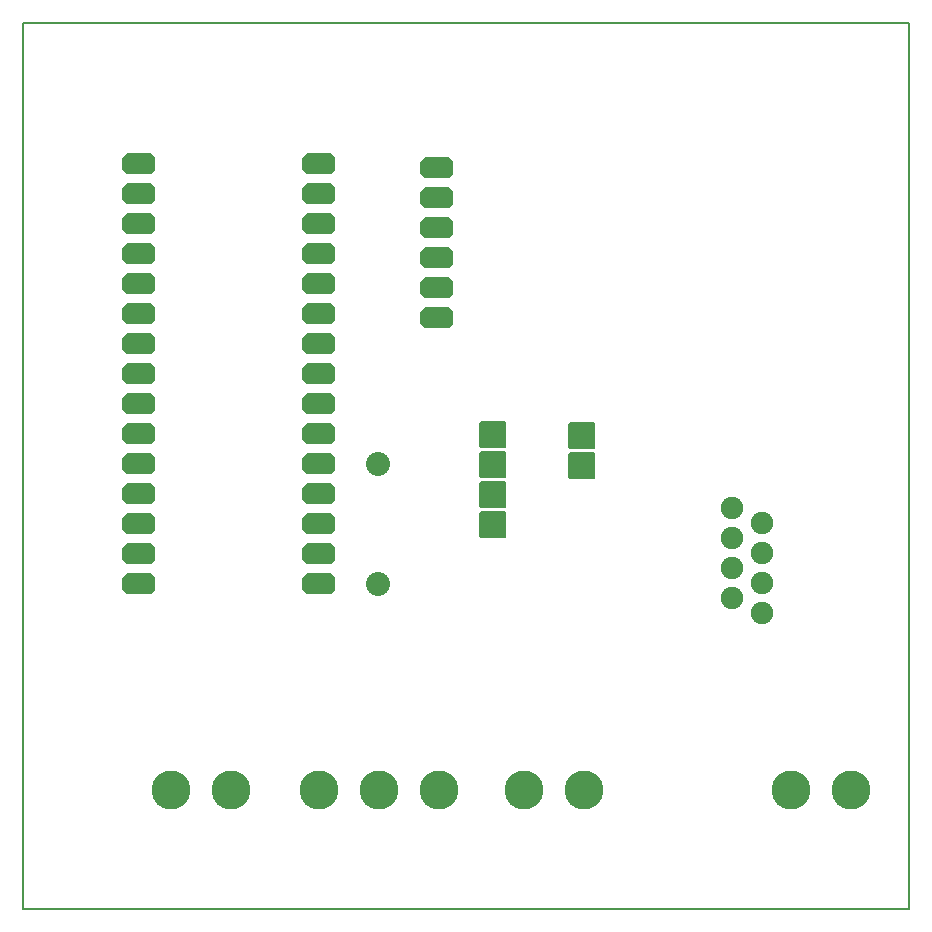
<source format=gbr>
G04 PROTEUS GERBER X2 FILE*
%TF.GenerationSoftware,Labcenter,Proteus,8.10-SP3-Build29560*%
%TF.CreationDate,2022-04-06T16:06:30+00:00*%
%TF.FileFunction,Soldermask,Top*%
%TF.FilePolarity,Negative*%
%TF.Part,Single*%
%TF.SameCoordinates,{9280a720-8dd3-4385-b9d9-bf93217f49df}*%
%FSLAX45Y45*%
%MOMM*%
G01*
%AMPPAD010*
4,1,8,
-1.397000,-0.509800,
-1.397000,0.509800,
-1.017800,0.889000,
1.017800,0.889000,
1.397000,0.509800,
1.397000,-0.509800,
1.017800,-0.889000,
-1.017800,-0.889000,
-1.397000,-0.509800,
0*%
%TA.AperFunction,Material*%
%ADD70PPAD010*%
%TA.AperFunction,Material*%
%ADD71C,2.032000*%
%AMPPAD012*
4,1,36,
-1.143000,-1.016000,
-1.143000,1.016000,
-1.140470,1.041970,
-1.133200,1.065980,
-1.121650,1.087580,
-1.106290,1.106290,
-1.087570,1.121650,
-1.065980,1.133200,
-1.041970,1.140470,
-1.016000,1.143000,
1.016000,1.143000,
1.041970,1.140470,
1.065980,1.133200,
1.087570,1.121650,
1.106290,1.106290,
1.121650,1.087580,
1.133200,1.065980,
1.140470,1.041970,
1.143000,1.016000,
1.143000,-1.016000,
1.140470,-1.041970,
1.133200,-1.065980,
1.121650,-1.087580,
1.106290,-1.106290,
1.087570,-1.121650,
1.065980,-1.133200,
1.041970,-1.140470,
1.016000,-1.143000,
-1.016000,-1.143000,
-1.041970,-1.140470,
-1.065980,-1.133200,
-1.087570,-1.121650,
-1.106290,-1.106290,
-1.121650,-1.087580,
-1.133200,-1.065980,
-1.140470,-1.041970,
-1.143000,-1.016000,
0*%
%TA.AperFunction,Material*%
%ADD20PPAD012*%
%TA.AperFunction,Material*%
%ADD21C,3.302000*%
%TA.AperFunction,Material*%
%ADD22C,1.905000*%
%TA.AperFunction,Profile*%
%ADD17C,0.203200*%
%TD.AperFunction*%
D70*
X-10250000Y+6250000D03*
X-10250000Y+6504000D03*
X-10250000Y+6758000D03*
X-10250000Y+7012000D03*
X-10250000Y+7266000D03*
X-10250000Y+7520000D03*
X-10250000Y+7774000D03*
X-10250000Y+8028000D03*
X-10250000Y+8282000D03*
X-10250000Y+8536000D03*
X-10250000Y+8790000D03*
X-10250000Y+9044000D03*
X-10250000Y+9298000D03*
X-10250000Y+9552000D03*
X-10250000Y+9806000D03*
X-11774000Y+9806000D03*
X-11774000Y+9552000D03*
X-11774000Y+9298000D03*
X-11774000Y+9044000D03*
X-11774000Y+8790000D03*
X-11774000Y+8536000D03*
X-11774000Y+8282000D03*
X-11774000Y+8028000D03*
X-11774000Y+7774000D03*
X-11774000Y+7520000D03*
X-11774000Y+7266000D03*
X-11774000Y+7012000D03*
X-11774000Y+6758000D03*
X-11774000Y+6504000D03*
X-11774000Y+6250000D03*
X-9250000Y+8500000D03*
X-9250000Y+8754000D03*
X-9250000Y+9008000D03*
X-9250000Y+9262000D03*
X-9250000Y+9516000D03*
X-9250000Y+9770000D03*
D71*
X-9750000Y+6250000D03*
X-9750000Y+7266000D03*
D20*
X-8771000Y+6746000D03*
X-8771000Y+7000000D03*
X-8771000Y+7254000D03*
X-8771000Y+7508000D03*
D21*
X-6250000Y+4500000D03*
X-5742000Y+4500000D03*
X-11500000Y+4500000D03*
X-10992000Y+4500000D03*
X-8000000Y+4500000D03*
X-8508000Y+4500000D03*
X-9234000Y+4500000D03*
X-9742000Y+4500000D03*
X-10250000Y+4500000D03*
D20*
X-8021000Y+7246000D03*
X-8021000Y+7500000D03*
D22*
X-6500000Y+6000000D03*
X-6754000Y+6127000D03*
X-6500000Y+6254000D03*
X-6754000Y+6381000D03*
X-6500000Y+6508000D03*
X-6754000Y+6635000D03*
X-6500000Y+6762000D03*
X-6754000Y+6889000D03*
D17*
X-12750000Y+3500000D02*
X-5250000Y+3500000D01*
X-5250000Y+11000000D01*
X-12750000Y+11000000D01*
X-12750000Y+3500000D01*
M02*

</source>
